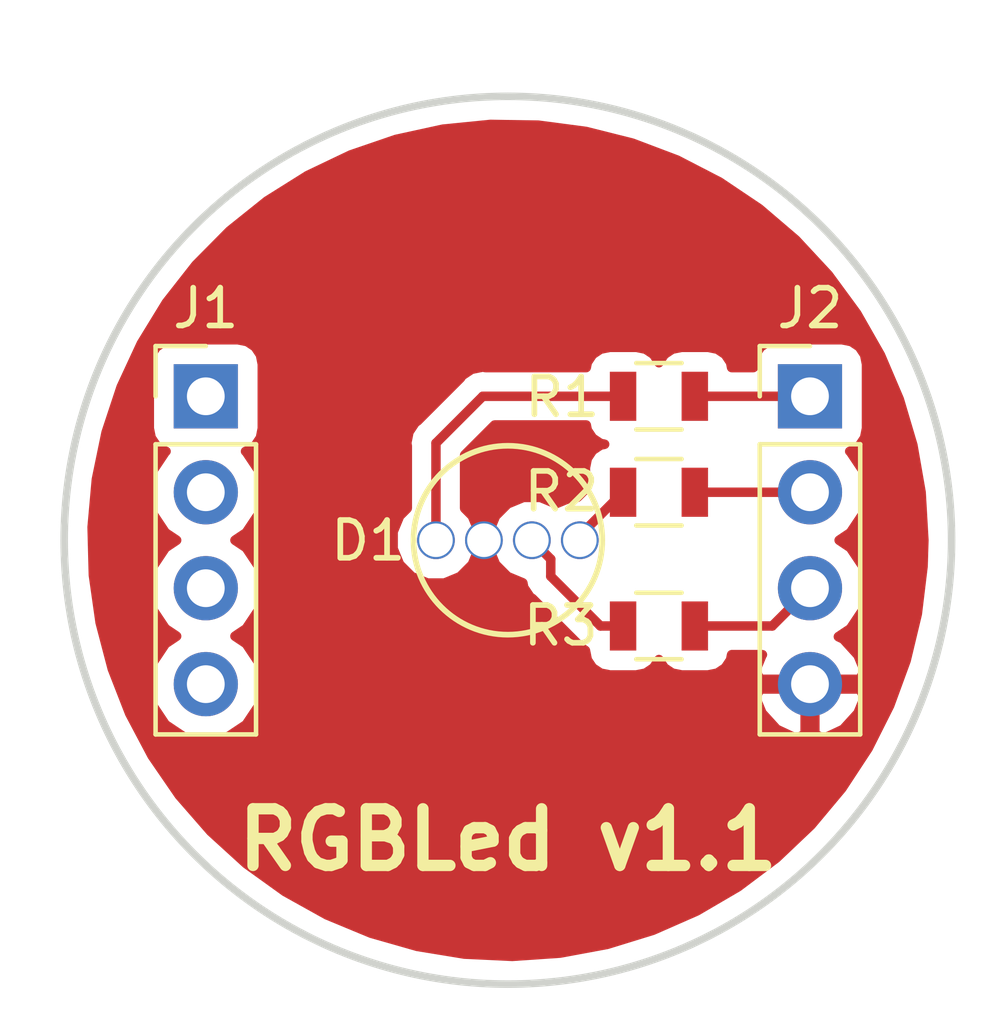
<source format=kicad_pcb>
(kicad_pcb (version 20171130) (host pcbnew "(5.0.0)")

  (general
    (thickness 1.6)
    (drawings 2)
    (tracks 13)
    (zones 0)
    (modules 6)
    (nets 12)
  )

  (page A4)
  (layers
    (0 F.Cu signal)
    (31 B.Cu signal)
    (32 B.Adhes user)
    (33 F.Adhes user)
    (34 B.Paste user)
    (35 F.Paste user)
    (36 B.SilkS user)
    (37 F.SilkS user)
    (38 B.Mask user)
    (39 F.Mask user)
    (40 Dwgs.User user)
    (41 Cmts.User user)
    (42 Eco1.User user)
    (43 Eco2.User user)
    (44 Edge.Cuts user)
    (45 Margin user)
    (46 B.CrtYd user)
    (47 F.CrtYd user)
    (48 B.Fab user)
    (49 F.Fab user)
  )

  (setup
    (last_trace_width 0.25)
    (trace_clearance 0.2)
    (zone_clearance 0.508)
    (zone_45_only no)
    (trace_min 0.2)
    (segment_width 0.2)
    (edge_width 0.2)
    (via_size 0.8)
    (via_drill 0.4)
    (via_min_size 0.4)
    (via_min_drill 0.3)
    (uvia_size 0.3)
    (uvia_drill 0.1)
    (uvias_allowed no)
    (uvia_min_size 0.2)
    (uvia_min_drill 0.1)
    (pcb_text_width 0.3)
    (pcb_text_size 1.5 1.5)
    (mod_edge_width 0.15)
    (mod_text_size 1 1)
    (mod_text_width 0.15)
    (pad_size 1 1)
    (pad_drill 0.889)
    (pad_to_mask_clearance 0.2)
    (aux_axis_origin 0 0)
    (visible_elements 7FFFFFFF)
    (pcbplotparams
      (layerselection 0x010fc_ffffffff)
      (usegerberextensions false)
      (usegerberattributes false)
      (usegerberadvancedattributes false)
      (creategerberjobfile false)
      (excludeedgelayer true)
      (linewidth 0.100000)
      (plotframeref false)
      (viasonmask false)
      (mode 1)
      (useauxorigin false)
      (hpglpennumber 1)
      (hpglpenspeed 20)
      (hpglpendiameter 15.000000)
      (psnegative false)
      (psa4output false)
      (plotreference true)
      (plotvalue true)
      (plotinvisibletext false)
      (padsonsilk false)
      (subtractmaskfromsilk false)
      (outputformat 1)
      (mirror false)
      (drillshape 0)
      (scaleselection 1)
      (outputdirectory "Gerbers/"))
  )

  (net 0 "")
  (net 1 "Net-(J1-Pad4)")
  (net 2 "Net-(J1-Pad3)")
  (net 3 "Net-(J1-Pad2)")
  (net 4 "Net-(J1-Pad1)")
  (net 5 "Net-(D1-Pad3)")
  (net 6 "Net-(D1-Pad4)")
  (net 7 "Net-(D1-Pad1)")
  (net 8 +5V)
  (net 9 /R)
  (net 10 /G)
  (net 11 /B)

  (net_class Default "This is the default net class."
    (clearance 0.2)
    (trace_width 0.25)
    (via_dia 0.8)
    (via_drill 0.4)
    (uvia_dia 0.3)
    (uvia_drill 0.1)
    (add_net +5V)
    (add_net /B)
    (add_net /G)
    (add_net /R)
    (add_net "Net-(D1-Pad1)")
    (add_net "Net-(D1-Pad3)")
    (add_net "Net-(D1-Pad4)")
    (add_net "Net-(J1-Pad1)")
    (add_net "Net-(J1-Pad2)")
    (add_net "Net-(J1-Pad3)")
    (add_net "Net-(J1-Pad4)")
  )

  (module Resistors_SMD:R_0805 (layer F.Cu) (tedit 58E0A804) (tstamp 5C6B7DCF)
    (at 154 93.73)
    (descr "Resistor SMD 0805, reflow soldering, Vishay (see dcrcw.pdf)")
    (tags "resistor 0805")
    (path /5BDDBAB0)
    (attr smd)
    (fp_text reference R2 (at -2.58 -0.02) (layer F.SilkS)
      (effects (font (size 1 1) (thickness 0.15)))
    )
    (fp_text value R (at 0 1.75) (layer F.Fab)
      (effects (font (size 1 1) (thickness 0.15)))
    )
    (fp_line (start 1.55 0.9) (end -1.55 0.9) (layer F.CrtYd) (width 0.05))
    (fp_line (start 1.55 0.9) (end 1.55 -0.9) (layer F.CrtYd) (width 0.05))
    (fp_line (start -1.55 -0.9) (end -1.55 0.9) (layer F.CrtYd) (width 0.05))
    (fp_line (start -1.55 -0.9) (end 1.55 -0.9) (layer F.CrtYd) (width 0.05))
    (fp_line (start -0.6 -0.88) (end 0.6 -0.88) (layer F.SilkS) (width 0.12))
    (fp_line (start 0.6 0.88) (end -0.6 0.88) (layer F.SilkS) (width 0.12))
    (fp_line (start -1 -0.62) (end 1 -0.62) (layer F.Fab) (width 0.1))
    (fp_line (start 1 -0.62) (end 1 0.62) (layer F.Fab) (width 0.1))
    (fp_line (start 1 0.62) (end -1 0.62) (layer F.Fab) (width 0.1))
    (fp_line (start -1 0.62) (end -1 -0.62) (layer F.Fab) (width 0.1))
    (fp_text user %R (at 0 0) (layer F.Fab)
      (effects (font (size 0.5 0.5) (thickness 0.075)))
    )
    (pad 2 smd rect (at 0.95 0) (size 0.7 1.3) (layers F.Cu F.Paste F.Mask)
      (net 10 /G))
    (pad 1 smd rect (at -0.95 0) (size 0.7 1.3) (layers F.Cu F.Paste F.Mask)
      (net 6 "Net-(D1-Pad4)"))
    (model ${KISYS3DMOD}/Resistors_SMD.3dshapes/R_0805.wrl
      (at (xyz 0 0 0))
      (scale (xyz 1 1 1))
      (rotate (xyz 0 0 0))
    )
  )

  (module KingbrightRGB:L-154A4SUREQBFZGEW (layer F.Cu) (tedit 5BF00F15) (tstamp 5C6B7E62)
    (at 150 95)
    (path /5BDDB818)
    (fp_text reference D1 (at -3.7 0.01) (layer F.SilkS)
      (effects (font (size 1 1) (thickness 0.15)))
    )
    (fp_text value LED_RABG (at 0 1) (layer F.Fab)
      (effects (font (size 1 1) (thickness 0.15)))
    )
    (fp_circle (center 0 0) (end 2.5 0) (layer F.SilkS) (width 0.15))
    (pad 3 thru_hole circle (at 0.635 0) (size 1 1) (drill 0.889) (layers *.Cu *.Mask)
      (net 5 "Net-(D1-Pad3)"))
    (pad 4 thru_hole circle (at 1.905 0) (size 1 1) (drill 0.889) (layers *.Cu *.Mask)
      (net 6 "Net-(D1-Pad4)"))
    (pad 1 thru_hole circle (at -1.905 0) (size 1 1) (drill 0.889) (layers *.Cu *.Mask)
      (net 7 "Net-(D1-Pad1)"))
    (pad 2 thru_hole circle (at -0.635 0) (size 1 1) (drill 0.889) (layers *.Cu *.Mask)
      (net 8 +5V) (zone_connect 2))
    (model "${CUSTOM}/RGBLED.3dshapes/Led RGB 5mm.STEP"
      (offset (xyz 0 -5 0))
      (scale (xyz 1 1 1))
      (rotate (xyz 0 0 0))
    )
  )

  (module Resistors_SMD:R_0805 (layer F.Cu) (tedit 58E0A804) (tstamp 5C6B7EF9)
    (at 154 91.19)
    (descr "Resistor SMD 0805, reflow soldering, Vishay (see dcrcw.pdf)")
    (tags "resistor 0805")
    (path /5BDDBA4D)
    (attr smd)
    (fp_text reference R1 (at -2.56 0.02) (layer F.SilkS)
      (effects (font (size 1 1) (thickness 0.15)))
    )
    (fp_text value R (at 0 1.75) (layer F.Fab)
      (effects (font (size 1 1) (thickness 0.15)))
    )
    (fp_text user %R (at 0 0) (layer F.Fab)
      (effects (font (size 0.5 0.5) (thickness 0.075)))
    )
    (fp_line (start -1 0.62) (end -1 -0.62) (layer F.Fab) (width 0.1))
    (fp_line (start 1 0.62) (end -1 0.62) (layer F.Fab) (width 0.1))
    (fp_line (start 1 -0.62) (end 1 0.62) (layer F.Fab) (width 0.1))
    (fp_line (start -1 -0.62) (end 1 -0.62) (layer F.Fab) (width 0.1))
    (fp_line (start 0.6 0.88) (end -0.6 0.88) (layer F.SilkS) (width 0.12))
    (fp_line (start -0.6 -0.88) (end 0.6 -0.88) (layer F.SilkS) (width 0.12))
    (fp_line (start -1.55 -0.9) (end 1.55 -0.9) (layer F.CrtYd) (width 0.05))
    (fp_line (start -1.55 -0.9) (end -1.55 0.9) (layer F.CrtYd) (width 0.05))
    (fp_line (start 1.55 0.9) (end 1.55 -0.9) (layer F.CrtYd) (width 0.05))
    (fp_line (start 1.55 0.9) (end -1.55 0.9) (layer F.CrtYd) (width 0.05))
    (pad 1 smd rect (at -0.95 0) (size 0.7 1.3) (layers F.Cu F.Paste F.Mask)
      (net 7 "Net-(D1-Pad1)"))
    (pad 2 smd rect (at 0.95 0) (size 0.7 1.3) (layers F.Cu F.Paste F.Mask)
      (net 9 /R))
    (model ${KISYS3DMOD}/Resistors_SMD.3dshapes/R_0805.wrl
      (at (xyz 0 0 0))
      (scale (xyz 1 1 1))
      (rotate (xyz 0 0 0))
    )
  )

  (module Resistors_SMD:R_0805 (layer F.Cu) (tedit 58E0A804) (tstamp 5C6B7F7B)
    (at 154 97.27)
    (descr "Resistor SMD 0805, reflow soldering, Vishay (see dcrcw.pdf)")
    (tags "resistor 0805")
    (path /5BDDBADA)
    (attr smd)
    (fp_text reference R3 (at -2.6 -0.01) (layer F.SilkS)
      (effects (font (size 1 1) (thickness 0.15)))
    )
    (fp_text value R (at 0 1.75) (layer F.Fab)
      (effects (font (size 1 1) (thickness 0.15)))
    )
    (fp_text user %R (at 0 0) (layer F.Fab)
      (effects (font (size 0.5 0.5) (thickness 0.075)))
    )
    (fp_line (start -1 0.62) (end -1 -0.62) (layer F.Fab) (width 0.1))
    (fp_line (start 1 0.62) (end -1 0.62) (layer F.Fab) (width 0.1))
    (fp_line (start 1 -0.62) (end 1 0.62) (layer F.Fab) (width 0.1))
    (fp_line (start -1 -0.62) (end 1 -0.62) (layer F.Fab) (width 0.1))
    (fp_line (start 0.6 0.88) (end -0.6 0.88) (layer F.SilkS) (width 0.12))
    (fp_line (start -0.6 -0.88) (end 0.6 -0.88) (layer F.SilkS) (width 0.12))
    (fp_line (start -1.55 -0.9) (end 1.55 -0.9) (layer F.CrtYd) (width 0.05))
    (fp_line (start -1.55 -0.9) (end -1.55 0.9) (layer F.CrtYd) (width 0.05))
    (fp_line (start 1.55 0.9) (end 1.55 -0.9) (layer F.CrtYd) (width 0.05))
    (fp_line (start 1.55 0.9) (end -1.55 0.9) (layer F.CrtYd) (width 0.05))
    (pad 1 smd rect (at -0.95 0) (size 0.7 1.3) (layers F.Cu F.Paste F.Mask)
      (net 5 "Net-(D1-Pad3)"))
    (pad 2 smd rect (at 0.95 0) (size 0.7 1.3) (layers F.Cu F.Paste F.Mask)
      (net 11 /B))
    (model ${KISYS3DMOD}/Resistors_SMD.3dshapes/R_0805.wrl
      (at (xyz 0 0 0))
      (scale (xyz 1 1 1))
      (rotate (xyz 0 0 0))
    )
  )

  (module Socket_Strips:Socket_Strip_Straight_1x04_Pitch2.54mm (layer F.Cu) (tedit 58CD5446) (tstamp 5C83FC0B)
    (at 142 91.19)
    (descr "Through hole straight socket strip, 1x04, 2.54mm pitch, single row")
    (tags "Through hole socket strip THT 1x04 2.54mm single row")
    (path /5BDDA9E0)
    (fp_text reference J1 (at 0 -2.33) (layer F.SilkS)
      (effects (font (size 1 1) (thickness 0.15)))
    )
    (fp_text value Conn_01x04 (at 0 9.95) (layer F.Fab)
      (effects (font (size 1 1) (thickness 0.15)))
    )
    (fp_text user %R (at 0 -2.33) (layer F.Fab)
      (effects (font (size 1 1) (thickness 0.15)))
    )
    (fp_line (start 1.8 -1.8) (end -1.8 -1.8) (layer F.CrtYd) (width 0.05))
    (fp_line (start 1.8 9.4) (end 1.8 -1.8) (layer F.CrtYd) (width 0.05))
    (fp_line (start -1.8 9.4) (end 1.8 9.4) (layer F.CrtYd) (width 0.05))
    (fp_line (start -1.8 -1.8) (end -1.8 9.4) (layer F.CrtYd) (width 0.05))
    (fp_line (start -1.33 -1.33) (end 0 -1.33) (layer F.SilkS) (width 0.12))
    (fp_line (start -1.33 0) (end -1.33 -1.33) (layer F.SilkS) (width 0.12))
    (fp_line (start 1.33 1.27) (end -1.33 1.27) (layer F.SilkS) (width 0.12))
    (fp_line (start 1.33 8.95) (end 1.33 1.27) (layer F.SilkS) (width 0.12))
    (fp_line (start -1.33 8.95) (end 1.33 8.95) (layer F.SilkS) (width 0.12))
    (fp_line (start -1.33 1.27) (end -1.33 8.95) (layer F.SilkS) (width 0.12))
    (fp_line (start 1.27 -1.27) (end -1.27 -1.27) (layer F.Fab) (width 0.1))
    (fp_line (start 1.27 8.89) (end 1.27 -1.27) (layer F.Fab) (width 0.1))
    (fp_line (start -1.27 8.89) (end 1.27 8.89) (layer F.Fab) (width 0.1))
    (fp_line (start -1.27 -1.27) (end -1.27 8.89) (layer F.Fab) (width 0.1))
    (pad 4 thru_hole oval (at 0 7.62) (size 1.7 1.7) (drill 1) (layers *.Cu *.Mask)
      (net 1 "Net-(J1-Pad4)"))
    (pad 3 thru_hole oval (at 0 5.08) (size 1.7 1.7) (drill 1) (layers *.Cu *.Mask)
      (net 2 "Net-(J1-Pad3)"))
    (pad 2 thru_hole oval (at 0 2.54) (size 1.7 1.7) (drill 1) (layers *.Cu *.Mask)
      (net 3 "Net-(J1-Pad2)"))
    (pad 1 thru_hole rect (at 0 0) (size 1.7 1.7) (drill 1) (layers *.Cu *.Mask)
      (net 4 "Net-(J1-Pad1)"))
    (model ${KISYS3DMOD}/Socket_Strips.3dshapes/Socket_Strip_Straight_1x04_Pitch2.54mm.wrl
      (offset (xyz 0 -3.809999942779541 0))
      (scale (xyz 1 1 1))
      (rotate (xyz 0 0 270))
    )
  )

  (module Socket_Strips:Socket_Strip_Straight_1x04_Pitch2.54mm (layer F.Cu) (tedit 58CD5446) (tstamp 5C83FC21)
    (at 158 91.19)
    (descr "Through hole straight socket strip, 1x04, 2.54mm pitch, single row")
    (tags "Through hole socket strip THT 1x04 2.54mm single row")
    (path /5BDDA98F)
    (fp_text reference J2 (at 0 -2.33) (layer F.SilkS)
      (effects (font (size 1 1) (thickness 0.15)))
    )
    (fp_text value Conn_01x04 (at 0 9.95) (layer F.Fab)
      (effects (font (size 1 1) (thickness 0.15)))
    )
    (fp_line (start -1.27 -1.27) (end -1.27 8.89) (layer F.Fab) (width 0.1))
    (fp_line (start -1.27 8.89) (end 1.27 8.89) (layer F.Fab) (width 0.1))
    (fp_line (start 1.27 8.89) (end 1.27 -1.27) (layer F.Fab) (width 0.1))
    (fp_line (start 1.27 -1.27) (end -1.27 -1.27) (layer F.Fab) (width 0.1))
    (fp_line (start -1.33 1.27) (end -1.33 8.95) (layer F.SilkS) (width 0.12))
    (fp_line (start -1.33 8.95) (end 1.33 8.95) (layer F.SilkS) (width 0.12))
    (fp_line (start 1.33 8.95) (end 1.33 1.27) (layer F.SilkS) (width 0.12))
    (fp_line (start 1.33 1.27) (end -1.33 1.27) (layer F.SilkS) (width 0.12))
    (fp_line (start -1.33 0) (end -1.33 -1.33) (layer F.SilkS) (width 0.12))
    (fp_line (start -1.33 -1.33) (end 0 -1.33) (layer F.SilkS) (width 0.12))
    (fp_line (start -1.8 -1.8) (end -1.8 9.4) (layer F.CrtYd) (width 0.05))
    (fp_line (start -1.8 9.4) (end 1.8 9.4) (layer F.CrtYd) (width 0.05))
    (fp_line (start 1.8 9.4) (end 1.8 -1.8) (layer F.CrtYd) (width 0.05))
    (fp_line (start 1.8 -1.8) (end -1.8 -1.8) (layer F.CrtYd) (width 0.05))
    (fp_text user %R (at 0 -2.33) (layer F.Fab)
      (effects (font (size 1 1) (thickness 0.15)))
    )
    (pad 1 thru_hole rect (at 0 0) (size 1.7 1.7) (drill 1) (layers *.Cu *.Mask)
      (net 9 /R))
    (pad 2 thru_hole oval (at 0 2.54) (size 1.7 1.7) (drill 1) (layers *.Cu *.Mask)
      (net 10 /G))
    (pad 3 thru_hole oval (at 0 5.08) (size 1.7 1.7) (drill 1) (layers *.Cu *.Mask)
      (net 11 /B))
    (pad 4 thru_hole oval (at 0 7.62) (size 1.7 1.7) (drill 1) (layers *.Cu *.Mask)
      (net 8 +5V))
    (model ${KISYS3DMOD}/Socket_Strips.3dshapes/Socket_Strip_Straight_1x04_Pitch2.54mm.wrl
      (offset (xyz 0 -3.809999942779541 0))
      (scale (xyz 1 1 1))
      (rotate (xyz 0 0 270))
    )
  )

  (gr_text "RGBLed v1.1" (at 150 102.93) (layer F.SilkS)
    (effects (font (size 1.5 1.5) (thickness 0.3)))
  )
  (gr_circle (center 150 95) (end 161.75 95) (layer Edge.Cuts) (width 0.2))

  (segment (start 152.45 97.27) (end 153.05 97.27) (width 0.25) (layer F.Cu) (net 5))
  (segment (start 151.134999 95.954999) (end 152.45 97.27) (width 0.25) (layer F.Cu) (net 5))
  (segment (start 151.134999 95.499999) (end 151.134999 95.954999) (width 0.25) (layer F.Cu) (net 5))
  (segment (start 150.635 95) (end 151.134999 95.499999) (width 0.25) (layer F.Cu) (net 5))
  (segment (start 151.905 94.875) (end 153.05 93.73) (width 0.25) (layer F.Cu) (net 6))
  (segment (start 151.905 95) (end 151.905 94.875) (width 0.25) (layer F.Cu) (net 6))
  (segment (start 148.095 95) (end 148.095 92.43) (width 0.25) (layer F.Cu) (net 7))
  (segment (start 148.095 92.43) (end 149.335 91.19) (width 0.25) (layer F.Cu) (net 7))
  (segment (start 153.05 91.19) (end 149.335 91.19) (width 0.25) (layer F.Cu) (net 7))
  (segment (start 154.95 91.19) (end 158 91.19) (width 0.25) (layer F.Cu) (net 9))
  (segment (start 154.95 93.73) (end 158 93.73) (width 0.25) (layer F.Cu) (net 10))
  (segment (start 157 97.27) (end 158 96.27) (width 0.25) (layer F.Cu) (net 11))
  (segment (start 154.95 97.27) (end 157 97.27) (width 0.25) (layer F.Cu) (net 11))

  (zone (net 8) (net_name +5V) (layer F.Cu) (tstamp 5C21ECBB) (hatch edge 0.508)
    (connect_pads (clearance 0.508))
    (min_thickness 0.254)
    (fill yes (arc_segments 16) (thermal_gap 0.508) (thermal_bridge_width 0.508))
    (polygon
      (pts
        (xy 136.55 80.7) (xy 162.25 80.7) (xy 162.25 107.825) (xy 136.55 107.75)
      )
    )
    (filled_polygon
      (pts
        (xy 150.806719 84.014581) (xy 152.064005 84.180106) (xy 153.293934 84.489043) (xy 154.480204 84.937297) (xy 155.607091 85.518927)
        (xy 156.659659 86.226223) (xy 157.623957 87.049811) (xy 158.487203 87.978775) (xy 159.237956 89.000801) (xy 159.866265 90.102344)
        (xy 160.363802 91.268802) (xy 160.723972 92.484715) (xy 160.942001 93.733967) (xy 161.015 95) (xy 160.993264 95.691638)
        (xy 160.840915 96.950588) (xy 160.544874 98.183685) (xy 160.109067 99.374584) (xy 159.53927 100.5075) (xy 158.843034 101.567417)
        (xy 158.029589 102.540286) (xy 157.109716 103.413213) (xy 156.095608 104.174627) (xy 155.000705 104.814437) (xy 153.839521 105.324161)
        (xy 152.627446 105.697044) (xy 151.380546 105.928143) (xy 150.115347 106.014396) (xy 148.848619 105.954659) (xy 147.597152 105.749723)
        (xy 146.377534 105.402306) (xy 145.205929 104.917011) (xy 144.097868 104.300272) (xy 143.068036 103.560263) (xy 142.130083 102.706792)
        (xy 141.296443 101.751171) (xy 140.578163 100.706068) (xy 139.984764 99.585333) (xy 139.524112 98.403822) (xy 139.202313 97.177196)
        (xy 139.023631 95.921711) (xy 138.990435 94.65401) (xy 139.0729 93.73) (xy 140.485908 93.73) (xy 140.601161 94.309418)
        (xy 140.929375 94.800625) (xy 141.227761 95) (xy 140.929375 95.199375) (xy 140.601161 95.690582) (xy 140.485908 96.27)
        (xy 140.601161 96.849418) (xy 140.929375 97.340625) (xy 141.227761 97.54) (xy 140.929375 97.739375) (xy 140.601161 98.230582)
        (xy 140.485908 98.81) (xy 140.601161 99.389418) (xy 140.929375 99.880625) (xy 141.420582 100.208839) (xy 141.853744 100.295)
        (xy 142.146256 100.295) (xy 142.579418 100.208839) (xy 143.070625 99.880625) (xy 143.398839 99.389418) (xy 143.443102 99.16689)
        (xy 156.558524 99.16689) (xy 156.728355 99.576924) (xy 157.118642 100.005183) (xy 157.643108 100.251486) (xy 157.873 100.130819)
        (xy 157.873 98.937) (xy 158.127 98.937) (xy 158.127 100.130819) (xy 158.356892 100.251486) (xy 158.881358 100.005183)
        (xy 159.271645 99.576924) (xy 159.441476 99.16689) (xy 159.320155 98.937) (xy 158.127 98.937) (xy 157.873 98.937)
        (xy 156.679845 98.937) (xy 156.558524 99.16689) (xy 143.443102 99.16689) (xy 143.514092 98.81) (xy 143.398839 98.230582)
        (xy 143.070625 97.739375) (xy 142.772239 97.54) (xy 143.070625 97.340625) (xy 143.398839 96.849418) (xy 143.514092 96.27)
        (xy 143.398839 95.690582) (xy 143.070625 95.199375) (xy 142.772239 95) (xy 143.070625 94.800625) (xy 143.088258 94.774234)
        (xy 146.96 94.774234) (xy 146.96 95.225766) (xy 147.132793 95.642926) (xy 147.452074 95.962207) (xy 147.869234 96.135)
        (xy 148.320766 96.135) (xy 148.737926 95.962207) (xy 149.057207 95.642926) (xy 149.23 95.225766) (xy 149.23 94.774234)
        (xy 149.057207 94.357074) (xy 148.855 94.154867) (xy 148.855 92.744801) (xy 149.649802 91.95) (xy 152.07444 91.95)
        (xy 152.101843 92.087765) (xy 152.242191 92.297809) (xy 152.452235 92.438157) (xy 152.562048 92.46) (xy 152.452235 92.481843)
        (xy 152.242191 92.622191) (xy 152.101843 92.832235) (xy 152.05256 93.08) (xy 152.05256 93.652638) (xy 151.840199 93.865)
        (xy 151.679234 93.865) (xy 151.27 94.03451) (xy 150.860766 93.865) (xy 150.409234 93.865) (xy 149.992074 94.037793)
        (xy 149.672793 94.357074) (xy 149.5 94.774234) (xy 149.5 95.225766) (xy 149.672793 95.642926) (xy 149.992074 95.962207)
        (xy 150.394719 96.128988) (xy 150.419095 96.251536) (xy 150.587071 96.502928) (xy 150.650527 96.545328) (xy 151.859671 97.754473)
        (xy 151.902071 97.817929) (xy 152.05256 97.918483) (xy 152.05256 97.92) (xy 152.101843 98.167765) (xy 152.242191 98.377809)
        (xy 152.452235 98.518157) (xy 152.7 98.56744) (xy 153.4 98.56744) (xy 153.647765 98.518157) (xy 153.857809 98.377809)
        (xy 153.998157 98.167765) (xy 154 98.1585) (xy 154.001843 98.167765) (xy 154.142191 98.377809) (xy 154.352235 98.518157)
        (xy 154.6 98.56744) (xy 155.3 98.56744) (xy 155.547765 98.518157) (xy 155.757809 98.377809) (xy 155.898157 98.167765)
        (xy 155.92556 98.03) (xy 156.740272 98.03) (xy 156.728355 98.043076) (xy 156.558524 98.45311) (xy 156.679845 98.683)
        (xy 157.873 98.683) (xy 157.873 98.663) (xy 158.127 98.663) (xy 158.127 98.683) (xy 159.320155 98.683)
        (xy 159.441476 98.45311) (xy 159.271645 98.043076) (xy 158.881358 97.614817) (xy 158.751522 97.553843) (xy 159.070625 97.340625)
        (xy 159.398839 96.849418) (xy 159.514092 96.27) (xy 159.398839 95.690582) (xy 159.070625 95.199375) (xy 158.772239 95)
        (xy 159.070625 94.800625) (xy 159.398839 94.309418) (xy 159.514092 93.73) (xy 159.398839 93.150582) (xy 159.070625 92.659375)
        (xy 159.052381 92.647184) (xy 159.097765 92.638157) (xy 159.307809 92.497809) (xy 159.448157 92.287765) (xy 159.49744 92.04)
        (xy 159.49744 90.34) (xy 159.448157 90.092235) (xy 159.307809 89.882191) (xy 159.097765 89.741843) (xy 158.85 89.69256)
        (xy 157.15 89.69256) (xy 156.902235 89.741843) (xy 156.692191 89.882191) (xy 156.551843 90.092235) (xy 156.50256 90.34)
        (xy 156.50256 90.43) (xy 155.92556 90.43) (xy 155.898157 90.292235) (xy 155.757809 90.082191) (xy 155.547765 89.941843)
        (xy 155.3 89.89256) (xy 154.6 89.89256) (xy 154.352235 89.941843) (xy 154.142191 90.082191) (xy 154.001843 90.292235)
        (xy 154 90.3015) (xy 153.998157 90.292235) (xy 153.857809 90.082191) (xy 153.647765 89.941843) (xy 153.4 89.89256)
        (xy 152.7 89.89256) (xy 152.452235 89.941843) (xy 152.242191 90.082191) (xy 152.101843 90.292235) (xy 152.07444 90.43)
        (xy 149.409848 90.43) (xy 149.335 90.415112) (xy 149.260152 90.43) (xy 149.260148 90.43) (xy 149.086605 90.46452)
        (xy 149.038462 90.474096) (xy 148.851418 90.599076) (xy 148.787071 90.642071) (xy 148.744671 90.705527) (xy 147.610528 91.839671)
        (xy 147.547072 91.882071) (xy 147.504672 91.945527) (xy 147.504671 91.945528) (xy 147.379097 92.133463) (xy 147.320112 92.43)
        (xy 147.335001 92.504852) (xy 147.335 94.154867) (xy 147.132793 94.357074) (xy 146.96 94.774234) (xy 143.088258 94.774234)
        (xy 143.398839 94.309418) (xy 143.514092 93.73) (xy 143.398839 93.150582) (xy 143.070625 92.659375) (xy 143.052381 92.647184)
        (xy 143.097765 92.638157) (xy 143.307809 92.497809) (xy 143.448157 92.287765) (xy 143.49744 92.04) (xy 143.49744 90.34)
        (xy 143.448157 90.092235) (xy 143.307809 89.882191) (xy 143.097765 89.741843) (xy 142.85 89.69256) (xy 141.15 89.69256)
        (xy 140.902235 89.741843) (xy 140.692191 89.882191) (xy 140.551843 90.092235) (xy 140.50256 90.34) (xy 140.50256 92.04)
        (xy 140.551843 92.287765) (xy 140.692191 92.497809) (xy 140.902235 92.638157) (xy 140.947619 92.647184) (xy 140.929375 92.659375)
        (xy 140.601161 93.150582) (xy 140.485908 93.73) (xy 139.0729 93.73) (xy 139.103165 93.390895) (xy 139.360327 92.149108)
        (xy 139.758512 90.945108) (xy 140.292442 89.794853) (xy 140.955041 88.71359) (xy 141.737527 87.71565) (xy 142.629526 86.81426)
        (xy 143.619218 86.021367) (xy 144.693483 85.347482) (xy 145.838084 84.801536) (xy 147.037848 84.390764) (xy 148.276874 84.120613)
        (xy 149.53874 83.994662)
      )
    )
  )
)

</source>
